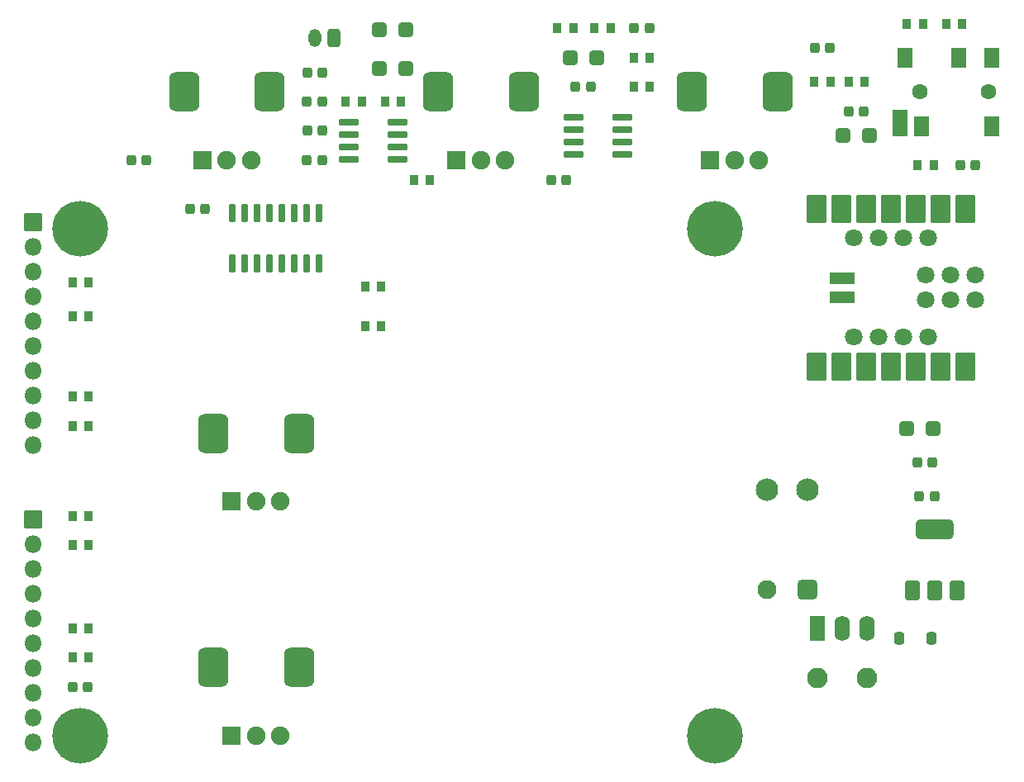
<source format=gts>
G04 #@! TF.GenerationSoftware,KiCad,Pcbnew,8.0.6*
G04 #@! TF.CreationDate,2025-05-06T15:42:09+09:00*
G04 #@! TF.ProjectId,PCB,5043422e-6b69-4636-9164-5f7063625858,rev?*
G04 #@! TF.SameCoordinates,Original*
G04 #@! TF.FileFunction,Soldermask,Top*
G04 #@! TF.FilePolarity,Negative*
%FSLAX46Y46*%
G04 Gerber Fmt 4.6, Leading zero omitted, Abs format (unit mm)*
G04 Created by KiCad (PCBNEW 8.0.6) date 2025-05-06 15:42:09*
%MOMM*%
%LPD*%
G01*
G04 APERTURE LIST*
G04 Aperture macros list*
%AMRoundRect*
0 Rectangle with rounded corners*
0 $1 Rounding radius*
0 $2 $3 $4 $5 $6 $7 $8 $9 X,Y pos of 4 corners*
0 Add a 4 corners polygon primitive as box body*
4,1,4,$2,$3,$4,$5,$6,$7,$8,$9,$2,$3,0*
0 Add four circle primitives for the rounded corners*
1,1,$1+$1,$2,$3*
1,1,$1+$1,$4,$5*
1,1,$1+$1,$6,$7*
1,1,$1+$1,$8,$9*
0 Add four rect primitives between the rounded corners*
20,1,$1+$1,$2,$3,$4,$5,0*
20,1,$1+$1,$4,$5,$6,$7,0*
20,1,$1+$1,$6,$7,$8,$9,0*
20,1,$1+$1,$8,$9,$2,$3,0*%
G04 Aperture macros list end*
%ADD10RoundRect,0.250500X0.250500X0.400500X-0.250500X0.400500X-0.250500X-0.400500X0.250500X-0.400500X0*%
%ADD11RoundRect,0.271250X0.379750X0.654750X-0.379750X0.654750X-0.379750X-0.654750X0.379750X-0.654750X0*%
%ADD12O,1.302000X1.852000*%
%ADD13RoundRect,0.250500X0.250500X0.275500X-0.250500X0.275500X-0.250500X-0.275500X0.250500X-0.275500X0*%
%ADD14RoundRect,0.225500X0.225500X0.300500X-0.225500X0.300500X-0.225500X-0.300500X0.225500X-0.300500X0*%
%ADD15C,5.702000*%
%ADD16RoundRect,0.225500X-0.225500X-0.300500X0.225500X-0.300500X0.225500X0.300500X-0.225500X0.300500X0*%
%ADD17RoundRect,0.244250X0.244250X0.281750X-0.244250X0.281750X-0.244250X-0.281750X0.244250X-0.281750X0*%
%ADD18RoundRect,0.051000X0.900000X-0.900000X0.900000X0.900000X-0.900000X0.900000X-0.900000X-0.900000X0*%
%ADD19C,1.902000*%
%ADD20RoundRect,0.775500X0.775500X-1.275500X0.775500X1.275500X-0.775500X1.275500X-0.775500X-1.275500X0*%
%ADD21RoundRect,0.250500X-0.250500X-0.275500X0.250500X-0.275500X0.250500X0.275500X-0.250500X0.275500X0*%
%ADD22O,1.802000X1.802000*%
%ADD23RoundRect,0.051000X-0.850000X-0.850000X0.850000X-0.850000X0.850000X0.850000X-0.850000X0.850000X0*%
%ADD24RoundRect,0.175500X0.850500X0.175500X-0.850500X0.175500X-0.850500X-0.175500X0.850500X-0.175500X0*%
%ADD25C,2.302000*%
%ADD26RoundRect,0.263784X0.712216X0.712216X-0.712216X0.712216X-0.712216X-0.712216X0.712216X-0.712216X0*%
%ADD27C,1.952000*%
%ADD28RoundRect,0.051000X-0.750000X-1.250000X0.750000X-1.250000X0.750000X1.250000X-0.750000X1.250000X0*%
%ADD29O,1.602000X2.602000*%
%ADD30O,2.102000X2.102000*%
%ADD31RoundRect,0.268889X-0.482111X-0.457111X0.482111X-0.457111X0.482111X0.457111X-0.482111X0.457111X0*%
%ADD32RoundRect,0.268889X0.482111X0.457111X-0.482111X0.457111X-0.482111X-0.457111X0.482111X-0.457111X0*%
%ADD33RoundRect,0.210200X0.840800X-1.215800X0.840800X1.215800X-0.840800X1.215800X-0.840800X-1.215800X0*%
%ADD34RoundRect,0.210200X-0.840800X1.215800X-0.840800X-1.215800X0.840800X-1.215800X0.840800X1.215800X0*%
%ADD35C,1.802000*%
%ADD36RoundRect,0.120200X1.180800X0.480800X-1.180800X0.480800X-1.180800X-0.480800X1.180800X-0.480800X0*%
%ADD37RoundRect,0.175500X0.175500X-0.750500X0.175500X0.750500X-0.175500X0.750500X-0.175500X-0.750500X0*%
%ADD38C,1.602000*%
%ADD39RoundRect,0.051000X-0.750000X1.000000X-0.750000X-1.000000X0.750000X-1.000000X0.750000X1.000000X0*%
%ADD40RoundRect,0.051000X-0.750000X1.300000X-0.750000X-1.300000X0.750000X-1.300000X0.750000X1.300000X0*%
%ADD41RoundRect,0.175500X-0.850500X-0.175500X0.850500X-0.175500X0.850500X0.175500X-0.850500X0.175500X0*%
%ADD42RoundRect,0.400500X0.400500X-0.650500X0.400500X0.650500X-0.400500X0.650500X-0.400500X-0.650500X0*%
%ADD43RoundRect,0.525500X1.425500X-0.525500X1.425500X0.525500X-1.425500X0.525500X-1.425500X-0.525500X0*%
G04 APERTURE END LIST*
D10*
X99150000Y-16000000D03*
X95850000Y-16000000D03*
D11*
X38000000Y45500000D03*
D12*
X36000000Y45500000D03*
D13*
X61775000Y31000000D03*
X60225000Y31000000D03*
D14*
X11175000Y20500000D03*
X12825000Y20500000D03*
X11175000Y17000000D03*
X12825000Y17000000D03*
D15*
X12000000Y-26000000D03*
D14*
X11175000Y5750000D03*
X12825000Y5750000D03*
D16*
X12825000Y-6500000D03*
X11175000Y-6500000D03*
D14*
X11175000Y-18000000D03*
X12825000Y-18000000D03*
X11175000Y8750000D03*
X12825000Y8750000D03*
X11175000Y-3500000D03*
X12825000Y-3500000D03*
X11175000Y-15000000D03*
X12825000Y-15000000D03*
D15*
X77000000Y-26000000D03*
D13*
X99275000Y2000000D03*
X97725000Y2000000D03*
D15*
X12000000Y26000000D03*
D14*
X92325000Y41000000D03*
X90675000Y41000000D03*
D17*
X36787500Y33000000D03*
X35212500Y33000000D03*
D18*
X24500000Y33000000D03*
D19*
X27000000Y33000000D03*
X29500000Y33000000D03*
D20*
X22600000Y40000000D03*
X31400000Y40000000D03*
X83400000Y40000000D03*
X74600000Y40000000D03*
D19*
X81500000Y33000000D03*
X79000000Y33000000D03*
D18*
X76500000Y33000000D03*
D13*
X36775000Y36000000D03*
X35225000Y36000000D03*
D21*
X35225000Y42000000D03*
X36775000Y42000000D03*
D15*
X77000000Y26000000D03*
D22*
X7160000Y3810000D03*
X7160000Y6350000D03*
X7160000Y8890000D03*
X7160000Y11430000D03*
X7160000Y13970000D03*
X7160000Y16510000D03*
X7160000Y19050000D03*
X7160000Y21590000D03*
X7160000Y24130000D03*
D23*
X7160000Y26670000D03*
D24*
X44475000Y33095000D03*
X44475000Y34365000D03*
X44475000Y35635000D03*
X44475000Y36905000D03*
X39525000Y36905000D03*
X39525000Y35635000D03*
X39525000Y34365000D03*
X39525000Y33095000D03*
D14*
X88825000Y41000000D03*
X87175000Y41000000D03*
D25*
X86500000Y-800000D03*
X82300000Y-800000D03*
D26*
X86500000Y-11000000D03*
D27*
X82300000Y-11000000D03*
D13*
X70275000Y46500000D03*
X68725000Y46500000D03*
D16*
X68675000Y43500000D03*
X70325000Y43500000D03*
D22*
X7160000Y-26670000D03*
X7160000Y-24130000D03*
X7160000Y-21590000D03*
X7160000Y-19050000D03*
X7160000Y-16510000D03*
X7160000Y-13970000D03*
X7160000Y-11430000D03*
X7160000Y-8890000D03*
X7160000Y-6350000D03*
D23*
X7160000Y-3810000D03*
D28*
X87460000Y-15000000D03*
D29*
X90000000Y-15000000D03*
X92540000Y-15000000D03*
D30*
X87460000Y-20080000D03*
X92540000Y-20080000D03*
D21*
X18775000Y33000000D03*
X17225000Y33000000D03*
D31*
X42650000Y42405000D03*
X45350000Y42405000D03*
D13*
X99500000Y-1500000D03*
X97950000Y-1500000D03*
D32*
X99350000Y5500000D03*
X96650000Y5500000D03*
D14*
X99400000Y32500000D03*
X97750000Y32500000D03*
D17*
X36787500Y39000000D03*
X35212500Y39000000D03*
D14*
X102325000Y47000000D03*
X100675000Y47000000D03*
D21*
X12775000Y-21000000D03*
X11225000Y-21000000D03*
D16*
X41175000Y20000000D03*
X42825000Y20000000D03*
D18*
X27500000Y-26000000D03*
D19*
X30000000Y-26000000D03*
X32500000Y-26000000D03*
D20*
X25600000Y-19000000D03*
X34400000Y-19000000D03*
D21*
X90725000Y38000000D03*
X92275000Y38000000D03*
X87225000Y44500000D03*
X88775000Y44500000D03*
D16*
X68675000Y40500000D03*
X70325000Y40500000D03*
D33*
X102620000Y28000000D03*
X100080000Y28000000D03*
X97540000Y28000000D03*
X95000000Y28000000D03*
X92460000Y28000000D03*
X89920000Y28000000D03*
X87380000Y28000000D03*
D34*
X87380000Y11835000D03*
X89920000Y11835000D03*
X92460000Y11835000D03*
X95000000Y11835000D03*
X97540000Y11835000D03*
X100080000Y11835000D03*
X102620000Y11835000D03*
D35*
X98810000Y14916506D03*
X96270000Y14916506D03*
X93730000Y14916506D03*
X91190000Y14916506D03*
X91190000Y25076506D03*
X93730000Y25076506D03*
X96270000Y25076506D03*
X98810000Y25076506D03*
X103650000Y21187500D03*
X101110000Y21187500D03*
X98570000Y21187500D03*
X98570000Y18647500D03*
X101110000Y18647500D03*
X103650000Y18647500D03*
D36*
X90025189Y20917500D03*
X90025189Y18917500D03*
D37*
X27555000Y22425000D03*
X28825000Y22425000D03*
X30095000Y22425000D03*
X31365000Y22425000D03*
X32635000Y22425000D03*
X33905000Y22425000D03*
X35175000Y22425000D03*
X36445000Y22425000D03*
X36445000Y27575000D03*
X35175000Y27575000D03*
X33905000Y27575000D03*
X32635000Y27575000D03*
X31365000Y27575000D03*
X30095000Y27575000D03*
X28825000Y27575000D03*
X27555000Y27575000D03*
D38*
X105000000Y40000000D03*
X98000000Y40000000D03*
D39*
X105400000Y43500000D03*
X102000000Y43500000D03*
X96500000Y43500000D03*
X105400000Y36500000D03*
X98200000Y36500000D03*
D40*
X96000000Y36800000D03*
D41*
X62525000Y37405000D03*
X62525000Y36135000D03*
X62525000Y34865000D03*
X62525000Y33595000D03*
X67475000Y33595000D03*
X67475000Y34865000D03*
X67475000Y36135000D03*
X67475000Y37405000D03*
D14*
X62500000Y46500000D03*
X60850000Y46500000D03*
D21*
X102125000Y32500000D03*
X103675000Y32500000D03*
D16*
X41175000Y16000000D03*
X42825000Y16000000D03*
D18*
X50500000Y33000000D03*
D19*
X53000000Y33000000D03*
X55500000Y33000000D03*
D20*
X48600000Y40000000D03*
X57400000Y40000000D03*
D13*
X24775000Y28000000D03*
X23225000Y28000000D03*
D31*
X90150000Y35500000D03*
X92850000Y35500000D03*
D32*
X64850000Y43500000D03*
X62150000Y43500000D03*
D14*
X98325000Y47000000D03*
X96675000Y47000000D03*
D16*
X64675000Y46500000D03*
X66325000Y46500000D03*
D14*
X44825000Y39000000D03*
X43175000Y39000000D03*
D16*
X46175000Y31000000D03*
X47825000Y31000000D03*
D21*
X62725000Y40500000D03*
X64275000Y40500000D03*
D31*
X42650000Y46405000D03*
X45350000Y46405000D03*
D14*
X40825000Y39000000D03*
X39175000Y39000000D03*
D18*
X27500000Y-2000000D03*
D19*
X30000000Y-2000000D03*
X32500000Y-2000000D03*
D20*
X25600000Y5000000D03*
X34400000Y5000000D03*
D42*
X97200000Y-11150000D03*
X99500000Y-11150000D03*
D43*
X99500000Y-4850000D03*
D42*
X101800000Y-11150000D03*
M02*

</source>
